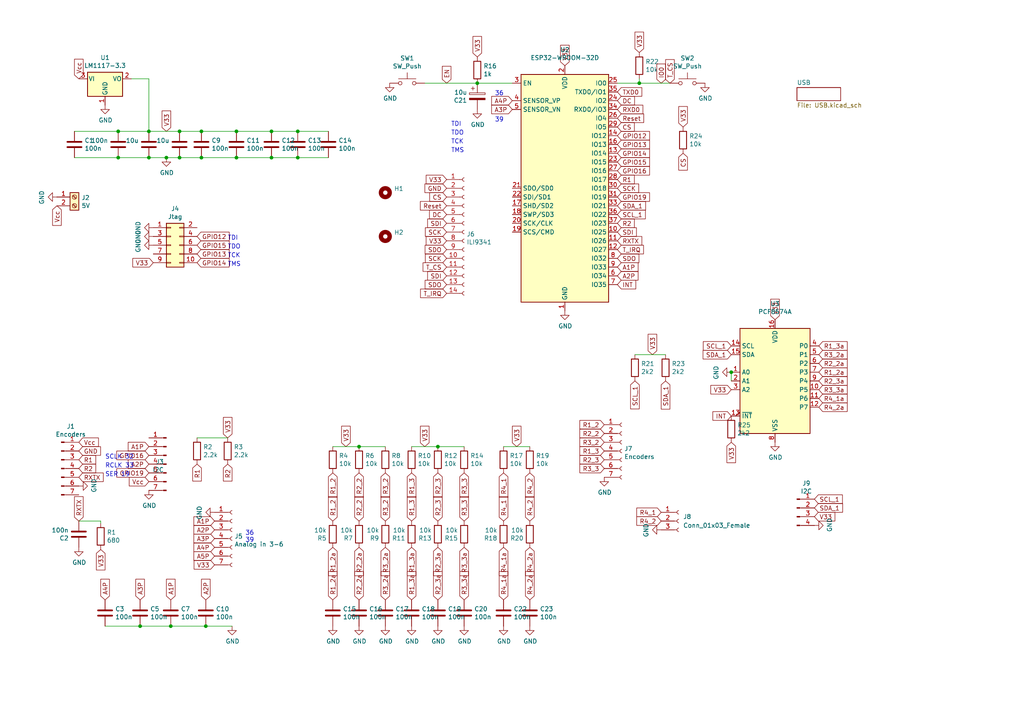
<source format=kicad_sch>
(kicad_sch (version 20211123) (generator eeschema)
  (paper "A4")
  (lib_symbols
    (symbol "Connector:Conn_01x03_Female" (pin_names (offset 1.016) hide)
      (property "Reference" "J" (at 0 5.08 0))
      (property "Value" "Conn_01x03_Female" (at 0 -5.08 0))
      (symbol "Conn_01x03_Female_1_1"
        (pin passive line (at -5.08 2.54 0) (length 3.81) (name "Pin_1") (number "1"))
        (pin passive line (at -5.08 0 0) (length 3.81) (name "Pin_2") (number "2"))
        (pin passive line (at -5.08 -2.54 0) (length 3.81) (name "Pin_3") (number "3"))
      )
    )
    (symbol "Connector:Conn_01x04_Male" (pin_names (offset 1.016) hide)
      (property "Reference" "J" (at 0 5.08 0))
      (property "Value" "Conn_01x04_Male" (at 0 -7.62 0))
      (symbol "Conn_01x04_Male_1_1"
        (pin passive line (at 5.08 2.54 180) (length 3.81) (name "Pin_1") (number "1"))
        (pin passive line (at 5.08 0 180) (length 3.81) (name "Pin_2") (number "2"))
        (pin passive line (at 5.08 -2.54 180) (length 3.81) (name "Pin_3") (number "3"))
        (pin passive line (at 5.08 -5.08 180) (length 3.81) (name "Pin_4") (number "4"))
      )
    )
    (symbol "Connector:Conn_01x07_Female" (pin_names (offset 1.016) hide)
      (property "Reference" "J" (at 0 10.16 0))
      (property "Value" "Conn_01x07_Female" (at 0 -10.16 0))
      (symbol "Conn_01x07_Female_1_1"
        (pin passive line (at -5.08 7.62 0) (length 3.81) (name "Pin_1") (number "1"))
        (pin passive line (at -5.08 5.08 0) (length 3.81) (name "Pin_2") (number "2"))
        (pin passive line (at -5.08 2.54 0) (length 3.81) (name "Pin_3") (number "3"))
        (pin passive line (at -5.08 0 0) (length 3.81) (name "Pin_4") (number "4"))
        (pin passive line (at -5.08 -2.54 0) (length 3.81) (name "Pin_5") (number "5"))
        (pin passive line (at -5.08 -5.08 0) (length 3.81) (name "Pin_6") (number "6"))
        (pin passive line (at -5.08 -7.62 0) (length 3.81) (name "Pin_7") (number "7"))
      )
    )
    (symbol "Connector:Conn_01x07_Male" (pin_names (offset 1.016) hide)
      (property "Reference" "J" (at 0 10.16 0))
      (property "Value" "Conn_01x07_Male" (at 0 -10.16 0))
      (symbol "Conn_01x07_Male_1_1"
        (pin passive line (at 5.08 7.62 180) (length 3.81) (name "Pin_1") (number "1"))
        (pin passive line (at 5.08 5.08 180) (length 3.81) (name "Pin_2") (number "2"))
        (pin passive line (at 5.08 2.54 180) (length 3.81) (name "Pin_3") (number "3"))
        (pin passive line (at 5.08 0 180) (length 3.81) (name "Pin_4") (number "4"))
        (pin passive line (at 5.08 -2.54 180) (length 3.81) (name "Pin_5") (number "5"))
        (pin passive line (at 5.08 -5.08 180) (length 3.81) (name "Pin_6") (number "6"))
        (pin passive line (at 5.08 -7.62 180) (length 3.81) (name "Pin_7") (number "7"))
      )
    )
    (symbol "Connector:Conn_01x14_Female" (pin_names (offset 1.016) hide)
      (property "Reference" "J" (at 0 17.78 0))
      (property "Value" "Conn_01x14_Female" (at 0 -20.32 0))
      (symbol "Conn_01x14_Female_1_1"
        (pin passive line (at -5.08 15.24 0) (length 3.81) (name "Pin_1") (number "1"))
        (pin passive line (at -5.08 -7.62 0) (length 3.81) (name "Pin_10") (number "10"))
        (pin passive line (at -5.08 -10.16 0) (length 3.81) (name "Pin_11") (number "11"))
        (pin passive line (at -5.08 -12.7 0) (length 3.81) (name "Pin_12") (number "12"))
        (pin passive line (at -5.08 -15.24 0) (length 3.81) (name "Pin_13") (number "13"))
        (pin passive line (at -5.08 -17.78 0) (length 3.81) (name "Pin_14") (number "14"))
        (pin passive line (at -5.08 12.7 0) (length 3.81) (name "Pin_2") (number "2"))
        (pin passive line (at -5.08 10.16 0) (length 3.81) (name "Pin_3") (number "3"))
        (pin passive line (at -5.08 7.62 0) (length 3.81) (name "Pin_4") (number "4"))
        (pin passive line (at -5.08 5.08 0) (length 3.81) (name "Pin_5") (number "5"))
        (pin passive line (at -5.08 2.54 0) (length 3.81) (name "Pin_6") (number "6"))
        (pin passive line (at -5.08 0 0) (length 3.81) (name "Pin_7") (number "7"))
        (pin passive line (at -5.08 -2.54 0) (length 3.81) (name "Pin_8") (number "8"))
        (pin passive line (at -5.08 -5.08 0) (length 3.81) (name "Pin_9") (number "9"))
      )
    )
    (symbol "Connector:Screw_Terminal_01x02" (pin_names (offset 1.016) hide)
      (property "Reference" "J" (at 0 2.54 0))
      (property "Value" "Screw_Terminal_01x02" (at 0 -5.08 0))
      (symbol "Screw_Terminal_01x02_1_1"
        (pin passive line (at -5.08 0 0) (length 3.81) (name "Pin_1") (number "1"))
        (pin passive line (at -5.08 -2.54 0) (length 3.81) (name "Pin_2") (number "2"))
      )
    )
    (symbol "Connector_Generic:Conn_02x05_Odd_Even" (pin_names (offset 1.016) hide)
      (property "Reference" "J" (at 1.27 7.62 0))
      (property "Value" "Conn_02x05_Odd_Even" (at 1.27 -7.62 0))
      (symbol "Conn_02x05_Odd_Even_1_1"
        (pin passive line (at -5.08 5.08 0) (length 3.81) (name "Pin_1") (number "1"))
        (pin passive line (at 7.62 -5.08 180) (length 3.81) (name "Pin_10") (number "10"))
        (pin passive line (at 7.62 5.08 180) (length 3.81) (name "Pin_2") (number "2"))
        (pin passive line (at -5.08 2.54 0) (length 3.81) (name "Pin_3") (number "3"))
        (pin passive line (at 7.62 2.54 180) (length 3.81) (name "Pin_4") (number "4"))
        (pin passive line (at -5.08 0 0) (length 3.81) (name "Pin_5") (number "5"))
        (pin passive line (at 7.62 0 180) (length 3.81) (name "Pin_6") (number "6"))
        (pin passive line (at -5.08 -2.54 0) (length 3.81) (name "Pin_7") (number "7"))
        (pin passive line (at 7.62 -2.54 180) (length 3.81) (name "Pin_8") (number "8"))
        (pin passive line (at -5.08 -5.08 0) (length 3.81) (name "Pin_9") (number "9"))
      )
    )
    (symbol "Device:C" (pin_numbers hide) (pin_names (offset 0.254))
      (property "Reference" "C" (at 0.635 2.54 0))
      (property "Value" "C" (at 0.635 -2.54 0))
      (symbol "C_1_1"
        (pin passive line (at 0 3.81 270) (length 2.794) (name "~") (number "1"))
        (pin passive line (at 0 -3.81 90) (length 2.794) (name "~") (number "2"))
      )
    )
    (symbol "Device:CP" (pin_numbers hide) (pin_names (offset 0.254))
      (property "Reference" "C" (at 0.635 2.54 0))
      (property "Value" "Device_CP" (at 0.635 -2.54 0))
      (symbol "CP_1_1"
        (pin passive line (at 0 3.81 270) (length 2.794) (name "~") (number "1"))
        (pin passive line (at 0 -3.81 90) (length 2.794) (name "~") (number "2"))
      )
    )
    (symbol "Device:R" (pin_numbers hide) (pin_names (offset 0))
      (property "Reference" "R" (at 2.032 0 90))
      (property "Value" "R" (at 0 0 90))
      (symbol "R_1_1"
        (pin passive line (at 0 3.81 270) (length 1.27) (name "~") (number "1"))
        (pin passive line (at 0 -3.81 90) (length 1.27) (name "~") (number "2"))
      )
    )
    (symbol "Interface_Expansion:PCF8574A"
      (property "Reference" "U" (at -8.89 16.51 0))
      (property "Value" "PCF8574A" (at 2.54 16.51 0))
      (symbol "PCF8574A_1_1"
        (pin input line (at -12.7 2.54 0) (length 2.54) (name "A0") (number "1"))
        (pin bidirectional line (at 12.7 -2.54 180) (length 2.54) (name "P5") (number "10"))
        (pin bidirectional line (at 12.7 -5.08 180) (length 2.54) (name "P6") (number "11"))
        (pin bidirectional line (at 12.7 -7.62 180) (length 2.54) (name "P7") (number "12"))
        (pin open_collector output_low (at -12.7 -10.16 0) (length 2.54) (name "~{INT}") (number "13"))
        (pin input line (at -12.7 10.16 0) (length 2.54) (name "SCL") (number "14"))
        (pin bidirectional line (at -12.7 7.62 0) (length 2.54) (name "SDA") (number "15"))
        (pin power_in line (at 0 17.78 270) (length 2.54) (name "VDD") (number "16"))
        (pin input line (at -12.7 0 0) (length 2.54) (name "A1") (number "2"))
        (pin input line (at -12.7 -2.54 0) (length 2.54) (name "A2") (number "3"))
        (pin bidirectional line (at 12.7 10.16 180) (length 2.54) (name "P0") (number "4"))
        (pin bidirectional line (at 12.7 7.62 180) (length 2.54) (name "P1") (number "5"))
        (pin bidirectional line (at 12.7 5.08 180) (length 2.54) (name "P2") (number "6"))
        (pin bidirectional line (at 12.7 2.54 180) (length 2.54) (name "P3") (number "7"))
        (pin power_in line (at 0 -17.78 90) (length 2.54) (name "VSS") (number "8"))
        (pin bidirectional line (at 12.7 0 180) (length 2.54) (name "P4") (number "9"))
      )
    )
    (symbol "Mechanical:MountingHole" (pin_names (offset 1.016))
      (property "Reference" "H" (at 0 5.08 0))
      (property "Value" "MountingHole" (at 0 3.175 0))
    )
    (symbol "RF_Module:ESP32-WROOM-32D"
      (property "Reference" "U" (at -12.7 34.29 0))
      (property "Value" "ESP32-WROOM-32D" (at 1.27 34.29 0))
      (symbol "ESP32-WROOM-32D_1_1"
        (pin power_in line (at 0 -35.56 90) (length 2.54) (name "GND") (number "1"))
        (pin bidirectional line (at 15.24 -12.7 180) (length 2.54) (name "IO25") (number "10"))
        (pin bidirectional line (at 15.24 -15.24 180) (length 2.54) (name "IO26") (number "11"))
        (pin bidirectional line (at 15.24 -17.78 180) (length 2.54) (name "IO27") (number "12"))
        (pin bidirectional line (at 15.24 10.16 180) (length 2.54) (name "IO14") (number "13"))
        (pin bidirectional line (at 15.24 15.24 180) (length 2.54) (name "IO12") (number "14"))
        (pin passive line (at 0 -35.56 90) (length 2.54) hide (name "GND") (number "15"))
        (pin bidirectional line (at 15.24 12.7 180) (length 2.54) (name "IO13") (number "16"))
        (pin bidirectional line (at -15.24 -5.08 0) (length 2.54) (name "SHD/SD2") (number "17"))
        (pin bidirectional line (at -15.24 -7.62 0) (length 2.54) (name "SWP/SD3") (number "18"))
        (pin bidirectional line (at -15.24 -12.7 0) (length 2.54) (name "SCS/CMD") (number "19"))
        (pin power_in line (at 0 35.56 270) (length 2.54) (name "VDD") (number "2"))
        (pin bidirectional line (at -15.24 -10.16 0) (length 2.54) (name "SCK/CLK") (number "20"))
        (pin bidirectional line (at -15.24 0 0) (length 2.54) (name "SDO/SD0") (number "21"))
        (pin bidirectional line (at -15.24 -2.54 0) (length 2.54) (name "SDI/SD1") (number "22"))
        (pin bidirectional line (at 15.24 7.62 180) (length 2.54) (name "IO15") (number "23"))
        (pin bidirectional line (at 15.24 25.4 180) (length 2.54) (name "IO2") (number "24"))
        (pin bidirectional line (at 15.24 30.48 180) (length 2.54) (name "IO0") (number "25"))
        (pin bidirectional line (at 15.24 20.32 180) (length 2.54) (name "IO4") (number "26"))
        (pin bidirectional line (at 15.24 5.08 180) (length 2.54) (name "IO16") (number "27"))
        (pin bidirectional line (at 15.24 2.54 180) (length 2.54) (name "IO17") (number "28"))
        (pin bidirectional line (at 15.24 17.78 180) (length 2.54) (name "IO5") (number "29"))
        (pin input line (at -15.24 30.48 0) (length 2.54) (name "EN") (number "3"))
        (pin bidirectional line (at 15.24 0 180) (length 2.54) (name "IO18") (number "30"))
        (pin bidirectional line (at 15.24 -2.54 180) (length 2.54) (name "IO19") (number "31"))
        (pin no_connect line (at -12.7 -27.94 0) (length 2.54) hide (name "NC") (number "32"))
        (pin bidirectional line (at 15.24 -5.08 180) (length 2.54) (name "IO21") (number "33"))
        (pin bidirectional line (at 15.24 22.86 180) (length 2.54) (name "RXD0/IO3") (number "34"))
        (pin bidirectional line (at 15.24 27.94 180) (length 2.54) (name "TXD0/IO1") (number "35"))
        (pin bidirectional line (at 15.24 -7.62 180) (length 2.54) (name "IO22") (number "36"))
        (pin bidirectional line (at 15.24 -10.16 180) (length 2.54) (name "IO23") (number "37"))
        (pin passive line (at 0 -35.56 90) (length 2.54) hide (name "GND") (number "38"))
        (pin passive line (at 0 -35.56 90) (length 2.54) hide (name "GND") (number "39"))
        (pin input line (at -15.24 25.4 0) (length 2.54) (name "SENSOR_VP") (number "4"))
        (pin input line (at -15.24 22.86 0) (length 2.54) (name "SENSOR_VN") (number "5"))
        (pin input line (at 15.24 -25.4 180) (length 2.54) (name "IO34") (number "6"))
        (pin input line (at 15.24 -27.94 180) (length 2.54) (name "IO35") (number "7"))
        (pin bidirectional line (at 15.24 -20.32 180) (length 2.54) (name "IO32") (number "8"))
        (pin bidirectional line (at 15.24 -22.86 180) (length 2.54) (name "IO33") (number "9"))
      )
    )
    (symbol "Regulator_Linear:LM1117-3.3" (pin_names (offset 0.254))
      (property "Reference" "U" (at -3.81 3.175 0))
      (property "Value" "LM1117-3.3" (at 0 3.175 0))
      (symbol "LM1117-3.3_1_1"
        (pin power_in line (at 0 -7.62 90) (length 2.54) (name "GND") (number "1"))
        (pin power_out line (at 7.62 0 180) (length 2.54) (name "VO") (number "2"))
        (pin power_in line (at -7.62 0 0) (length 2.54) (name "VI") (number "3"))
      )
    )
    (symbol "Switch:SW_Push" (pin_numbers hide) (pin_names (offset 1.016) hide)
      (property "Reference" "SW" (at 1.27 2.54 0))
      (property "Value" "SW_Push" (at 0 -1.524 0))
      (symbol "SW_Push_0_1"
        (pin passive line (at -5.08 0 0) (length 2.54) (name "1") (number "1"))
        (pin passive line (at 5.08 0 180) (length 2.54) (name "2") (number "2"))
      )
    )
    (symbol "power:GND" (power) (pin_names (offset 0))
      (property "Value" "GND" (at 0 -3.81 0))
      (symbol "GND_1_1"
        (pin power_in line (at 0 0 270) (length 0) hide (name "GND") (number "1"))
      )
    )
  )
  (junction (at 78.74 38.1))
  (junction (at 43.18 38.1))
  (junction (at 49.53 181.61))
  (junction (at 86.36 45.72))
  (junction (at 185.42 24.13))
  (junction (at 78.74 45.72))
  (junction (at 34.29 45.72))
  (junction (at 52.07 38.1))
  (junction (at 40.64 181.61))
  (junction (at 59.69 181.61))
  (junction (at 86.36 38.1))
  (junction (at 138.43 24.13))
  (junction (at 68.58 38.1))
  (junction (at 104.14 129.54))
  (junction (at 127 129.54))
  (junction (at 58.42 45.72))
  (junction (at 58.42 38.1))
  (junction (at 52.07 45.72))
  (junction (at 34.29 38.1))
  (junction (at 68.58 45.72))
  (junction (at 212.09 107.95))
  (junction (at 48.26 45.72))
  (junction (at 43.18 45.72))
  (wire (pts (xy 184.15 102.87) (xy 193.04 102.87)))
  (wire (pts (xy 38.1 22.86) (xy 43.18 22.86)))
  (wire (pts (xy 48.26 45.72) (xy 52.07 45.72)))
  (wire (pts (xy 21.59 38.1) (xy 34.29 38.1)))
  (wire (pts (xy 138.43 24.13) (xy 123.19 24.13)))
  (wire (pts (xy 43.18 38.1) (xy 52.07 38.1)))
  (wire (pts (xy 52.07 38.1) (xy 58.42 38.1)))
  (wire (pts (xy 52.07 45.72) (xy 58.42 45.72)))
  (wire (pts (xy 86.36 45.72) (xy 95.25 45.72)))
  (wire (pts (xy 43.18 45.72) (xy 48.26 45.72)))
  (wire (pts (xy 40.64 181.61) (xy 30.48 181.61)))
  (wire (pts (xy 86.36 45.72) (xy 78.74 45.72)))
  (wire (pts (xy 34.29 38.1) (xy 43.18 38.1)))
  (wire (pts (xy 58.42 38.1) (xy 68.58 38.1)))
  (wire (pts (xy 59.69 181.61) (xy 67.31 181.61)))
  (wire (pts (xy 22.86 151.13) (xy 29.21 151.13)))
  (wire (pts (xy 21.59 45.72) (xy 34.29 45.72)))
  (wire (pts (xy 146.05 129.54) (xy 153.67 129.54)))
  (wire (pts (xy 127 129.54) (xy 134.62 129.54)))
  (wire (pts (xy 138.43 24.13) (xy 148.59 24.13)))
  (wire (pts (xy 78.74 38.1) (xy 86.36 38.1)))
  (wire (pts (xy 78.74 38.1) (xy 68.58 38.1)))
  (wire (pts (xy 49.53 181.61) (xy 59.69 181.61)))
  (wire (pts (xy 185.42 22.86) (xy 185.42 24.13)))
  (wire (pts (xy 57.15 127) (xy 66.04 127)))
  (wire (pts (xy 119.38 129.54) (xy 127 129.54)))
  (wire (pts (xy 29.21 151.13) (xy 29.21 151.765)))
  (wire (pts (xy 68.58 45.72) (xy 78.74 45.72)))
  (wire (pts (xy 86.36 38.1) (xy 95.25 38.1)))
  (wire (pts (xy 58.42 45.72) (xy 68.58 45.72)))
  (wire (pts (xy 104.14 129.54) (xy 111.76 129.54)))
  (wire (pts (xy 96.52 129.54) (xy 104.14 129.54)))
  (wire (pts (xy 212.09 107.95) (xy 212.09 110.49)))
  (wire (pts (xy 185.42 24.13) (xy 194.31 24.13)))
  (wire (pts (xy 49.53 181.61) (xy 40.64 181.61)))
  (wire (pts (xy 34.29 45.72) (xy 43.18 45.72)))
  (wire (pts (xy 179.07 24.13) (xy 185.42 24.13)))
  (wire (pts (xy 43.18 22.86) (xy 43.18 38.1)))
  (text "TDI" (at 130.81 36.83 0) (effects (font (size 1.27 1.27)) (justify left bottom)))
  (text "TMS" (at 66.04 77.47 0) (effects (font (size 1.27 1.27)) (justify left bottom)))
  (text "TCK" (at 130.81 41.91 0) (effects (font (size 1.27 1.27)) (justify left bottom)))
  (text "TDO" (at 66.04 72.39 0) (effects (font (size 1.27 1.27)) (justify left bottom)))
  (text "TCK" (at 66.04 74.93 0) (effects (font (size 1.27 1.27)) (justify left bottom)))
  (text "TDI" (at 66.04 69.85 0) (effects (font (size 1.27 1.27)) (justify left bottom)))
  (text "36\n" (at 143.51 27.94 0) (effects (font (size 1.27 1.27)) (justify left bottom)))
  (text "SER 19" (at 30.48 138.43 0) (effects (font (size 1.27 1.27)) (justify left bottom)))
  (text "TDO" (at 130.81 39.37 0) (effects (font (size 1.27 1.27)) (justify left bottom)))
  (text "SCLK 32" (at 30.48 133.35 0) (effects (font (size 1.27 1.27)) (justify left bottom)))
  (text "TMS" (at 130.81 44.45 0) (effects (font (size 1.27 1.27)) (justify left bottom)))
  (text "RCLK 33" (at 30.48 135.89 0) (effects (font (size 1.27 1.27)) (justify left bottom)))
  (text "36\n39" (at 71.12 157.48 0) (effects (font (size 1.27 1.27)) (justify left bottom)))
  (text "39" (at 143.51 35.56 0) (effects (font (size 1.27 1.27)) (justify left bottom)))
  (global_label "GPIO12" (shape input) (at 57.15 68.58 0) (property "Intersheet References" "${INTERSHEET_REFS}" (effects hide)))
  (global_label "R1" (shape input) (at 57.15 134.62 270) (property "Intersheet References" "${INTERSHEET_REFS}" (effects hide)))
  (global_label "R2_3" (shape input) (at 175.26 133.35 180) (property "Intersheet References" "${INTERSHEET_REFS}" (effects hide)))
  (global_label "DC" (shape input) (at 129.54 62.23 180) (property "Intersheet References" "${INTERSHEET_REFS}" (effects hide)))
  (global_label "R4_1a" (shape input) (at 146.05 173.99 90) (property "Intersheet References" "${INTERSHEET_REFS}" (effects hide)))
  (global_label "SDA_1" (shape input) (at 212.09 102.87 180) (property "Intersheet References" "${INTERSHEET_REFS}" (effects hide)))
  (global_label "SDO" (shape input) (at 129.54 72.39 180) (property "Intersheet References" "${INTERSHEET_REFS}" (effects hide)))
  (global_label "GPIO19" (shape input) (at 43.18 137.16 180) (property "Intersheet References" "${INTERSHEET_REFS}" (effects hide)))
  (global_label "V33" (shape input) (at 48.26 38.1 90) (property "Intersheet References" "${INTERSHEET_REFS}" (effects hide)))
  (global_label "A3P" (shape input) (at 62.23 156.21 180) (property "Intersheet References" "${INTERSHEET_REFS}" (effects hide)))
  (global_label "R1_2a" (shape input) (at 237.49 107.95 0) (property "Intersheet References" "${INTERSHEET_REFS}" (effects hide)))
  (global_label "V33" (shape input) (at 44.45 76.2 180) (property "Intersheet References" "${INTERSHEET_REFS}" (effects hide)))
  (global_label "GPIO13" (shape input) (at 57.15 73.66 0) (property "Intersheet References" "${INTERSHEET_REFS}" (effects hide)))
  (global_label "R1_3" (shape input) (at 175.26 130.81 180) (property "Intersheet References" "${INTERSHEET_REFS}" (effects hide)))
  (global_label "R2" (shape input) (at 66.04 134.62 270) (property "Intersheet References" "${INTERSHEET_REFS}" (effects hide)))
  (global_label "R2_3" (shape input) (at 127 137.16 270) (property "Intersheet References" "${INTERSHEET_REFS}" (effects hide)))
  (global_label "GND" (shape input) (at 129.54 54.61 180) (property "Intersheet References" "${INTERSHEET_REFS}" (effects hide)))
  (global_label "V33" (shape input) (at 29.21 159.385 270) (property "Intersheet References" "${INTERSHEET_REFS}" (effects hide)))
  (global_label "R1_2" (shape input) (at 96.52 137.16 270) (property "Intersheet References" "${INTERSHEET_REFS}" (effects hide)))
  (global_label "A1P" (shape input) (at 179.07 77.47 0) (property "Intersheet References" "${INTERSHEET_REFS}" (effects hide)))
  (global_label "Vcc" (shape input) (at 43.18 139.7 180) (property "Intersheet References" "${INTERSHEET_REFS}" (effects hide)))
  (global_label "T_IRQ" (shape input) (at 179.07 72.39 0) (property "Intersheet References" "${INTERSHEET_REFS}" (effects hide)))
  (global_label "V33" (shape input) (at 62.23 163.83 180) (property "Intersheet References" "${INTERSHEET_REFS}" (effects hide)))
  (global_label "SDA_1" (shape input) (at 193.04 110.49 270) (property "Intersheet References" "${INTERSHEET_REFS}" (effects hide)))
  (global_label "Reset" (shape input) (at 179.07 34.29 0) (property "Intersheet References" "${INTERSHEET_REFS}" (effects hide)))
  (global_label "Vcc" (shape input) (at 22.86 22.86 90) (property "Intersheet References" "${INTERSHEET_REFS}" (effects hide)))
  (global_label "R4_1" (shape input) (at 146.05 137.16 270) (property "Intersheet References" "${INTERSHEET_REFS}" (effects hide)))
  (global_label "GPIO15" (shape input) (at 179.07 46.99 0) (property "Intersheet References" "${INTERSHEET_REFS}" (effects hide)))
  (global_label "IO0" (shape input) (at 191.77 24.13 90) (property "Intersheet References" "${INTERSHEET_REFS}" (effects hide)))
  (global_label "R3_3a" (shape input) (at 237.49 113.03 0) (property "Intersheet References" "${INTERSHEET_REFS}" (effects hide)))
  (global_label "R4_2" (shape input) (at 153.67 137.16 270) (property "Intersheet References" "${INTERSHEET_REFS}" (effects hide)))
  (global_label "GPIO15" (shape input) (at 57.15 71.12 0) (property "Intersheet References" "${INTERSHEET_REFS}" (effects hide)))
  (global_label "R4_2" (shape input) (at 191.77 151.13 180) (property "Intersheet References" "${INTERSHEET_REFS}" (effects hide)))
  (global_label "R4_2a" (shape input) (at 153.67 173.99 90) (property "Intersheet References" "${INTERSHEET_REFS}" (effects hide)))
  (global_label "SCL_1" (shape input) (at 236.22 144.78 0) (property "Intersheet References" "${INTERSHEET_REFS}" (effects hide)))
  (global_label "V33" (shape input) (at 212.09 128.27 270) (property "Intersheet References" "${INTERSHEET_REFS}" (effects hide)))
  (global_label "RXTX" (shape input) (at 22.86 151.13 90) (property "Intersheet References" "${INTERSHEET_REFS}" (effects hide)))
  (global_label "R3_3" (shape input) (at 175.26 135.89 180) (property "Intersheet References" "${INTERSHEET_REFS}" (effects hide)))
  (global_label "A1P" (shape input) (at 49.53 173.99 90) (property "Intersheet References" "${INTERSHEET_REFS}" (effects hide)))
  (global_label "R2" (shape input) (at 22.86 135.89 0) (property "Intersheet References" "${INTERSHEET_REFS}" (effects hide)))
  (global_label "R4_1a" (shape input) (at 237.49 115.57 0) (property "Intersheet References" "${INTERSHEET_REFS}" (effects hide)))
  (global_label "T_IRQ" (shape input) (at 129.54 85.09 180) (property "Intersheet References" "${INTERSHEET_REFS}" (effects hide)))
  (global_label "V33" (shape input) (at 129.54 69.85 180) (property "Intersheet References" "${INTERSHEET_REFS}" (effects hide)))
  (global_label "R4_1" (shape input) (at 191.77 148.59 180) (property "Intersheet References" "${INTERSHEET_REFS}" (effects hide)))
  (global_label "V33" (shape input) (at 149.86 129.54 90) (property "Intersheet References" "${INTERSHEET_REFS}" (effects hide)))
  (global_label "SCL_1" (shape input) (at 179.07 62.23 0) (property "Intersheet References" "${INTERSHEET_REFS}" (effects hide)))
  (global_label "R3_2" (shape input) (at 175.26 128.27 180) (property "Intersheet References" "${INTERSHEET_REFS}" (effects hide)))
  (global_label "R2_2" (shape input) (at 175.26 125.73 180) (property "Intersheet References" "${INTERSHEET_REFS}" (effects hide)))
  (global_label "SCL_1" (shape input) (at 184.15 110.49 270) (property "Intersheet References" "${INTERSHEET_REFS}" (effects hide)))
  (global_label "GPIO14" (shape input) (at 57.15 76.2 0) (property "Intersheet References" "${INTERSHEET_REFS}" (effects hide)))
  (global_label "SDI" (shape input) (at 179.07 67.31 0) (property "Intersheet References" "${INTERSHEET_REFS}" (effects hide)))
  (global_label "R4_2a" (shape input) (at 153.67 158.75 270) (property "Intersheet References" "${INTERSHEET_REFS}" (effects hide)))
  (global_label "A2P" (shape input) (at 43.18 134.62 180) (property "Intersheet References" "${INTERSHEET_REFS}" (effects hide)))
  (global_label "SDI" (shape input) (at 129.54 64.77 180) (property "Intersheet References" "${INTERSHEET_REFS}" (effects hide)))
  (global_label "V33" (shape input) (at 224.79 92.71 90) (property "Intersheet References" "${INTERSHEET_REFS}" (effects hide)))
  (global_label "R3_2" (shape input) (at 111.76 137.16 270) (property "Intersheet References" "${INTERSHEET_REFS}" (effects hide)))
  (global_label "R3_3a" (shape input) (at 134.62 173.99 90) (property "Intersheet References" "${INTERSHEET_REFS}" (effects hide)))
  (global_label "R3_2a" (shape input) (at 111.76 158.75 270) (property "Intersheet References" "${INTERSHEET_REFS}" (effects hide)))
  (global_label "R1_3" (shape input) (at 119.38 151.13 90) (property "Intersheet References" "${INTERSHEET_REFS}" (effects hide)))
  (global_label "R4_2" (shape input) (at 153.67 151.13 90) (property "Intersheet References" "${INTERSHEET_REFS}" (effects hide)))
  (global_label "RXTX" (shape input) (at 22.86 138.43 0) (property "Intersheet References" "${INTERSHEET_REFS}" (effects hide)))
  (global_label "R3_3" (shape input) (at 134.62 151.13 90) (property "Intersheet References" "${INTERSHEET_REFS}" (effects hide)))
  (global_label "R3_2" (shape input) (at 111.76 151.13 90) (property "Intersheet References" "${INTERSHEET_REFS}" (effects hide)))
  (global_label "Vcc" (shape input) (at 16.51 59.69 270) (property "Intersheet References" "${INTERSHEET_REFS}" (effects hide)))
  (global_label "TXD0" (shape input) (at 179.07 26.67 0) (property "Intersheet References" "${INTERSHEET_REFS}" (effects hide)))
  (global_label "R3_2a" (shape input) (at 111.76 173.99 90) (property "Intersheet References" "${INTERSHEET_REFS}" (effects hide)))
  (global_label "A2P" (shape input) (at 62.23 153.67 180) (property "Intersheet References" "${INTERSHEET_REFS}" (effects hide)))
  (global_label "V33" (shape input) (at 189.23 102.87 90) (property "Intersheet References" "${INTERSHEET_REFS}" (effects hide)))
  (global_label "DC" (shape input) (at 179.07 29.21 0) (property "Intersheet References" "${INTERSHEET_REFS}" (effects hide)))
  (global_label "GPIO14" (shape input) (at 179.07 44.45 0) (property "Intersheet References" "${INTERSHEET_REFS}" (effects hide)))
  (global_label "A2P" (shape input) (at 179.07 80.01 0) (property "Intersheet References" "${INTERSHEET_REFS}" (effects hide)))
  (global_label "V33" (shape input) (at 212.09 113.03 180) (property "Intersheet References" "${INTERSHEET_REFS}" (effects hide)))
  (global_label "R2_3a" (shape input) (at 127 158.75 270) (property "Intersheet References" "${INTERSHEET_REFS}" (effects hide)))
  (global_label "R1_3a" (shape input) (at 119.38 158.75 270) (property "Intersheet References" "${INTERSHEET_REFS}" (effects hide)))
  (global_label "V33" (shape input) (at 163.83 19.05 90) (property "Intersheet References" "${INTERSHEET_REFS}" (effects hide)))
  (global_label "A4P" (shape input) (at 148.59 29.21 180) (property "Intersheet References" "${INTERSHEET_REFS}" (effects hide)))
  (global_label "EN" (shape input) (at 129.54 24.13 90) (property "Intersheet References" "${INTERSHEET_REFS}" (effects hide)))
  (global_label "SDO" (shape input) (at 129.54 82.55 180) (property "Intersheet References" "${INTERSHEET_REFS}" (effects hide)))
  (global_label "R2_2a" (shape input) (at 104.14 158.75 270) (property "Intersheet References" "${INTERSHEET_REFS}" (effects hide)))
  (global_label "R3_3a" (shape input) (at 134.62 158.75 270) (property "Intersheet References" "${INTERSHEET_REFS}" (effects hide)))
  (global_label "V33" (shape input) (at 198.12 36.83 90) (property "Intersheet References" "${INTERSHEET_REFS}" (effects hide)))
  (global_label "V33" (shape input) (at 123.19 129.54 90) (property "Intersheet References" "${INTERSHEET_REFS}" (effects hide)))
  (global_label "RXD0" (shape input) (at 179.07 31.75 0) (property "Intersheet References" "${INTERSHEET_REFS}" (effects hide)))
  (global_label "R4_1a" (shape input) (at 146.05 158.75 270) (property "Intersheet References" "${INTERSHEET_REFS}" (effects hide)))
  (global_label "Vcc" (shape input) (at 22.86 128.27 0) (property "Intersheet References" "${INTERSHEET_REFS}" (effects hide)))
  (global_label "A1P" (shape input) (at 62.23 151.13 180) (property "Intersheet References" "${INTERSHEET_REFS}" (effects hide)))
  (global_label "GND" (shape input) (at 22.86 130.81 0) (property "Intersheet References" "${INTERSHEET_REFS}" (effects hide)))
  (global_label "A3P" (shape input) (at 40.64 173.99 90) (property "Intersheet References" "${INTERSHEET_REFS}" (effects hide)))
  (global_label "CS" (shape input) (at 198.12 44.45 270) (property "Intersheet References" "${INTERSHEET_REFS}" (effects hide)))
  (global_label "R3_3" (shape input) (at 134.62 137.16 270) (property "Intersheet References" "${INTERSHEET_REFS}" (effects hide)))
  (global_label "A1P" (shape input) (at 43.18 129.54 180) (property "Intersheet References" "${INTERSHEET_REFS}" (effects hide)))
  (global_label "A3P" (shape input) (at 148.59 31.75 180) (property "Intersheet References" "${INTERSHEET_REFS}" (effects hide)))
  (global_label "R1_2" (shape input) (at 175.26 123.19 180) (property "Intersheet References" "${INTERSHEET_REFS}" (effects hide)))
  (global_label "V33" (shape input) (at 129.54 52.07 180) (property "Intersheet References" "${INTERSHEET_REFS}" (effects hide)))
  (global_label "V33" (shape input) (at 185.42 15.24 90) (property "Intersheet References" "${INTERSHEET_REFS}" (effects hide)))
  (global_label "T_CS" (shape input) (at 129.54 77.47 180) (property "Intersheet References" "${INTERSHEET_REFS}" (effects hide)))
  (global_label "R1_3" (shape input) (at 119.38 137.16 270) (property "Intersheet References" "${INTERSHEET_REFS}" (effects hide)))
  (global_label "R2_2a" (shape input) (at 104.14 173.99 90) (property "Intersheet References" "${INTERSHEET_REFS}" (effects hide)))
  (global_label "R1_3a" (shape input) (at 237.49 100.33 0) (property "Intersheet References" "${INTERSHEET_REFS}" (effects hide)))
  (global_label "R1_2" (shape input) (at 96.52 151.13 90) (property "Intersheet References" "${INTERSHEET_REFS}" (effects hide)))
  (global_label "V33" (shape input) (at 100.33 129.54 90) (property "Intersheet References" "${INTERSHEET_REFS}" (effects hide)))
  (global_label "R2_2" (shape input) (at 104.14 151.13 90) (property "Intersheet References" "${INTERSHEET_REFS}" (effects hide)))
  (global_label "GPIO13" (shape input) (at 179.07 41.91 0) (property "Intersheet References" "${INTERSHEET_REFS}" (effects hide)))
  (global_label "A4P" (shape input) (at 62.23 158.75 180) (property "Intersheet References" "${INTERSHEET_REFS}" (effects hide)))
  (global_label "R2" (shape input) (at 179.07 64.77 0) (property "Intersheet References" "${INTERSHEET_REFS}" (effects hide)))
  (global_label "SCK" (shape input) (at 129.54 67.31 180) (property "Intersheet References" "${INTERSHEET_REFS}" (effects hide)))
  (global_label "CS" (shape input) (at 179.07 36.83 0) (property "Intersheet References" "${INTERSHEET_REFS}" (effects hide)))
  (global_label "SCK" (shape input) (at 129.54 74.93 180) (property "Intersheet References" "${INTERSHEET_REFS}" (effects hide)))
  (global_label "R1" (shape input) (at 179.07 52.07 0) (property "Intersheet References" "${INTERSHEET_REFS}" (effects hide)))
  (global_label "R2_2a" (shape input) (at 237.49 105.41 0) (property "Intersheet References" "${INTERSHEET_REFS}" (effects hide)))
  (global_label "SDA_1" (shape input) (at 179.07 59.69 0) (property "Intersheet References" "${INTERSHEET_REFS}" (effects hide)))
  (global_label "SCK" (shape input) (at 179.07 54.61 0) (property "Intersheet References" "${INTERSHEET_REFS}" (effects hide)))
  (global_label "SDI" (shape input) (at 129.54 80.01 180) (property "Intersheet References" "${INTERSHEET_REFS}" (effects hide)))
  (global_label "R2_3a" (shape input) (at 127 173.99 90) (property "Intersheet References" "${INTERSHEET_REFS}" (effects hide)))
  (global_label "R4_1" (shape input) (at 146.05 151.13 90) (property "Intersheet References" "${INTERSHEET_REFS}" (effects hide)))
  (global_label "GPIO12" (shape input) (at 179.07 39.37 0) (property "Intersheet References" "${INTERSHEET_REFS}" (effects hide)))
  (global_label "RXTX" (shape input) (at 179.07 69.85 0) (property "Intersheet References" "${INTERSHEET_REFS}" (effects hide)))
  (global_label "SDO" (shape input) (at 179.07 74.93 0) (property "Intersheet References" "${INTERSHEET_REFS}" (effects hide)))
  (global_label "V33" (shape input) (at 66.04 127 90) (property "Intersheet References" "${INTERSHEET_REFS}" (effects hide)))
  (global_label "SCL_1" (shape input) (at 212.09 100.33 180) (property "Intersheet References" "${INTERSHEET_REFS}" (effects hide)))
  (global_label "GPIO19" (shape input) (at 179.07 57.15 0) (property "Intersheet References" "${INTERSHEET_REFS}" (effects hide)))
  (global_label "R1" (shape input) (at 22.86 133.35 0) (property "Intersheet References" "${INTERSHEET_REFS}" (effects hide)))
  (global_label "T_CS" (shape input) (at 194.31 24.13 90) (property "Intersheet References" "${INTERSHEET_REFS}" (effects hide)))
  (global_label "CS" (shape input) (at 129.54 57.15 180) (property "Intersheet References" "${INTERSHEET_REFS}" (effects hide)))
  (global_label "R2_3" (shape input) (at 127 151.13 90) (property "Intersheet References" "${INTERSHEET_REFS}" (effects hide)))
  (global_label "R2_3a" (shape input) (at 237.49 110.49 0) (property "Intersheet References" "${INTERSHEET_REFS}" (effects hide)))
  (global_label "GPIO16" (shape input) (at 179.07 49.53 0) (property "Intersheet References" "${INTERSHEET_REFS}" (effects hide)))
  (global_label "INT" (shape input) (at 179.07 82.55 0) (property "Intersheet References" "${INTERSHEET_REFS}" (effects hide)))
  (global_label "INT" (shape input) (at 212.09 120.65 180) (property "Intersheet References" "${INTERSHEET_REFS}" (effects hide)))
  (global_label "R1_2a" (shape input) (at 96.52 158.75 270) (property "Intersheet References" "${INTERSHEET_REFS}" (effects hide)))
  (global_label "SDA_1" (shape input) (at 236.22 147.32 0) (property "Intersheet References" "${INTERSHEET_REFS}" (effects hide)))
  (global_label "V33" (shape input) (at 236.22 149.86 0) (property "Intersheet References" "${INTERSHEET_REFS}" (effects hide)))
  (global_label "A4P" (shape input) (at 30.48 173.99 90) (property "Intersheet References" "${INTERSHEET_REFS}" (effects hide)))
  (global_label "GPIO16" (shape input) (at 43.18 132.08 180) (property "Intersheet References" "${INTERSHEET_REFS}" (effects hide)))
  (global_label "R3_2a" (shape input) (at 237.49 102.87 0) (property "Intersheet References" "${INTERSHEET_REFS}" (effects hide)))
  (global_label "Reset" (shape input) (at 129.54 59.69 180) (property "Intersheet References" "${INTERSHEET_REFS}" (effects hide)))
  (global_label "R1_2a" (shape input) (at 96.52 173.99 90) (property "Intersheet References" "${INTERSHEET_REFS}" (effects hide)))
  (global_label "R1_3a" (shape input) (at 119.38 173.99 90) (property "Intersheet References" "${INTERSHEET_REFS}" (effects hide)))
  (global_label "A5P" (shape input) (at 62.23 161.29 180) (property "Intersheet References" "${INTERSHEET_REFS}" (effects hide)))
  (global_label "R2_2" (shape input) (at 104.14 137.16 270) (property "Intersheet References" "${INTERSHEET_REFS}" (effects hide)))
  (global_label "V33" (shape input) (at 138.43 16.51 90) (property "Intersheet References" "${INTERSHEET_REFS}" (effects hide)))
  (global_label "R4_2a" (shape input) (at 237.49 118.11 0) (property "Intersheet References" "${INTERSHEET_REFS}" (effects hide)))
  (global_label "A2P" (shape input) (at 59.69 173.99 90) (property "Intersheet References" "${INTERSHEET_REFS}" (effects hide)))
  (symbol (lib_id "power:GND") (at 44.45 68.58 270) (unit 1)
    (property "Reference" "#PWR07" (effects hide))
    (property "Value" "GND" (at 40.0558 68.707 0))
  )
  (symbol (lib_id "power:GND") (at 44.45 66.04 270) (unit 1)
    (property "Reference" "#PWR06" (effects hide))
    (property "Value" "GND" (at 40.0558 66.167 0))
  )
  (symbol (lib_id "power:GND") (at 44.45 71.12 270) (unit 1)
    (property "Reference" "#PWR08" (effects hide))
    (property "Value" "GND" (at 40.0558 71.247 0))
  )
  (symbol (lib_id "Connector_Generic:Conn_02x05_Odd_Even") (at 49.53 71.12 0) (unit 1)
    (property "Reference" "J4" (at 50.8 60.5282 0))
    (property "Value" "Jtag" (at 50.8 62.8396 0))
    (property "Footprint" "Connector_PinSocket_2.54mm:PinSocket_2x05_P2.54mm_Vertical" (effects hide))
  )
  (symbol (lib_id "Device:CP") (at 138.43 27.94 0) (unit 1)
    (property "Reference" "C21" (at 135.509 29.1084 0) (effects (justify right)))
    (property "Value" "10u" (at 135.509 26.797 0) (effects (justify right)))
    (property "Footprint" "Capacitor_SMD:C_1206_3216Metric_Pad1.42x1.75mm_HandSolder" (effects hide))
  )
  (symbol (lib_id "power:GND") (at 138.43 31.75 0) (unit 1)
    (property "Reference" "#PWR019" (effects hide))
    (property "Value" "GND" (at 138.557 36.1442 0))
  )
  (symbol (lib_id "RF_Module:ESP32-WROOM-32D") (at 163.83 54.61 0) (unit 1)
    (property "Reference" "U2" (at 163.83 14.4526 0))
    (property "Value" "ESP32-WROOM-32D" (at 163.83 16.764 0))
    (property "Footprint" "RF_Module:ESP32-WROOM-32" (effects hide))
    (property "Datasheet" "https://www.espressif.com/sites/default/files/documentation/esp32-wroom-32d_esp32-wroom-32u_datasheet_en.pdf" (effects hide))
  )
  (symbol (lib_id "power:GND") (at 163.83 90.17 0) (unit 1)
    (property "Reference" "#PWR022" (effects hide))
    (property "Value" "GND" (at 163.957 94.5642 0))
  )
  (symbol (lib_id "Device:R") (at 138.43 20.32 0) (unit 1)
    (property "Reference" "R16" (at 140.208 19.1516 0) (effects (justify left)))
    (property "Value" "1k" (at 140.208 21.463 0) (effects (justify left)))
    (property "Footprint" "Resistor_SMD:R_0805_2012Metric" (effects hide))
  )
  (symbol (lib_id "Device:C") (at 22.86 154.94 0) (unit 1)
    (property "Reference" "C2" (at 19.939 156.1084 0) (effects (justify right)))
    (property "Value" "100n" (at 19.939 153.797 0) (effects (justify right)))
    (property "Footprint" "Capacitor_SMD:C_0805_2012Metric" (effects hide))
  )
  (symbol (lib_id "power:GND") (at 22.86 158.75 0) (unit 1)
    (property "Reference" "#PWR03" (effects hide))
    (property "Value" "GND" (at 22.987 163.1442 0))
  )
  (symbol (lib_id "power:GND") (at 22.86 140.97 90) (unit 1)
    (property "Reference" "#PWR02" (effects hide))
    (property "Value" "GND" (at 27.2542 140.843 0))
  )
  (symbol (lib_id "Connector:Conn_01x07_Male") (at 17.78 135.89 0) (unit 1)
    (property "Reference" "J1" (at 20.5232 123.6726 0))
    (property "Value" "Encoders" (at 20.5232 125.984 0))
    (property "Footprint" "Connector_PinSocket_2.54mm:PinSocket_1x07_P2.54mm_Vertical" (effects hide))
  )
  (symbol (lib_id "Device:R") (at 96.52 133.35 0) (unit 1)
    (property "Reference" "R4" (at 98.298 132.1816 0) (effects (justify left)))
    (property "Value" "10k" (at 98.298 134.493 0) (effects (justify left)))
    (property "Footprint" "Resistor_SMD:R_0805_2012Metric" (effects hide))
  )
  (symbol (lib_id "Device:R") (at 104.14 133.35 0) (unit 1)
    (property "Reference" "R6" (at 105.918 132.1816 0) (effects (justify left)))
    (property "Value" "10k" (at 105.918 134.493 0) (effects (justify left)))
    (property "Footprint" "Resistor_SMD:R_0805_2012Metric" (effects hide))
  )
  (symbol (lib_id "Device:R") (at 111.76 133.35 0) (unit 1)
    (property "Reference" "R8" (at 113.538 132.1816 0) (effects (justify left)))
    (property "Value" "10k" (at 113.538 134.493 0) (effects (justify left)))
    (property "Footprint" "Resistor_SMD:R_0805_2012Metric" (effects hide))
  )
  (symbol (lib_id "Device:C") (at 96.52 177.8 180) (unit 1)
    (property "Reference" "C15" (at 99.441 176.6316 0) (effects (justify right)))
    (property "Value" "100n" (at 99.441 178.943 0) (effects (justify right)))
    (property "Footprint" "Capacitor_SMD:C_0805_2012Metric" (effects hide))
  )
  (symbol (lib_id "Device:C") (at 104.14 177.8 180) (unit 1)
    (property "Reference" "C16" (at 107.061 176.6316 0) (effects (justify right)))
    (property "Value" "100n" (at 107.061 178.943 0) (effects (justify right)))
    (property "Footprint" "Capacitor_SMD:C_0805_2012Metric" (effects hide))
  )
  (symbol (lib_id "Device:C") (at 111.76 177.8 180) (unit 1)
    (property "Reference" "C17" (at 114.681 176.6316 0) (effects (justify right)))
    (property "Value" "100n" (at 114.681 178.943 0) (effects (justify right)))
    (property "Footprint" "Capacitor_SMD:C_0805_2012Metric" (effects hide))
  )
  (symbol (lib_id "Device:R") (at 111.76 154.94 180) (unit 1)
    (property "Reference" "R9" (at 109.982 156.1084 0) (effects (justify left)))
    (property "Value" "10k" (at 109.982 153.797 0) (effects (justify left)))
    (property "Footprint" "Resistor_SMD:R_0805_2012Metric" (effects hide))
  )
  (symbol (lib_id "Device:R") (at 104.14 154.94 180) (unit 1)
    (property "Reference" "R7" (at 102.362 156.1084 0) (effects (justify left)))
    (property "Value" "10k" (at 102.362 153.797 0) (effects (justify left)))
    (property "Footprint" "Resistor_SMD:R_0805_2012Metric" (effects hide))
  )
  (symbol (lib_id "power:GND") (at 104.14 181.61 0) (unit 1)
    (property "Reference" "#PWR013" (effects hide))
    (property "Value" "GND" (at 104.267 186.0042 0))
  )
  (symbol (lib_id "power:GND") (at 96.52 181.61 0) (unit 1)
    (property "Reference" "#PWR012" (effects hide))
    (property "Value" "GND" (at 96.647 186.0042 0))
  )
  (symbol (lib_id "power:GND") (at 111.76 181.61 0) (unit 1)
    (property "Reference" "#PWR014" (effects hide))
    (property "Value" "GND" (at 111.887 186.0042 0))
  )
  (symbol (lib_id "Device:R") (at 96.52 154.94 180) (unit 1)
    (property "Reference" "R5" (at 94.742 156.1084 0) (effects (justify left)))
    (property "Value" "10k" (at 94.742 153.797 0) (effects (justify left)))
    (property "Footprint" "Resistor_SMD:R_0805_2012Metric" (effects hide))
  )
  (symbol (lib_id "power:GND") (at 67.31 181.61 0) (unit 1)
    (property "Reference" "#PWR011" (effects hide))
    (property "Value" "GND" (at 67.437 186.0042 0))
  )
  (symbol (lib_id "Device:C") (at 49.53 177.8 180) (unit 1)
    (property "Reference" "C7" (at 52.451 176.6316 0) (effects (justify right)))
    (property "Value" "100n" (at 52.451 178.943 0) (effects (justify right)))
    (property "Footprint" "Capacitor_SMD:C_0805_2012Metric" (effects hide))
  )
  (symbol (lib_id "Device:C") (at 59.69 177.8 180) (unit 1)
    (property "Reference" "C10" (at 62.611 176.6316 0) (effects (justify right)))
    (property "Value" "100n" (at 62.611 178.943 0) (effects (justify right)))
    (property "Footprint" "Capacitor_SMD:C_0805_2012Metric" (effects hide))
  )
  (symbol (lib_id "Device:C") (at 40.64 177.8 180) (unit 1)
    (property "Reference" "C5" (at 43.561 176.6316 0) (effects (justify right)))
    (property "Value" "100n" (at 43.561 178.943 0) (effects (justify right)))
    (property "Footprint" "Capacitor_SMD:C_0805_2012Metric" (effects hide))
  )
  (symbol (lib_id "Device:C") (at 30.48 177.8 180) (unit 1)
    (property "Reference" "C3" (at 33.401 176.6316 0) (effects (justify right)))
    (property "Value" "100n" (at 33.401 178.943 0) (effects (justify right)))
    (property "Footprint" "Capacitor_SMD:C_0805_2012Metric" (effects hide))
  )
  (symbol (lib_id "Device:R") (at 57.15 130.81 0) (unit 1)
    (property "Reference" "R2" (at 58.928 129.6416 0) (effects (justify left)))
    (property "Value" "2.2k" (at 58.928 131.953 0) (effects (justify left)))
    (property "Footprint" "Resistor_SMD:R_0805_2012Metric" (effects hide))
  )
  (symbol (lib_id "Device:R") (at 66.04 130.81 0) (unit 1)
    (property "Reference" "R3" (at 67.818 129.6416 0) (effects (justify left)))
    (property "Value" "2.2k" (at 67.818 131.953 0) (effects (justify left)))
    (property "Footprint" "Resistor_SMD:R_0805_2012Metric" (effects hide))
  )
  (symbol (lib_id "Connector:Conn_01x07_Female") (at 67.31 156.21 0) (unit 1)
    (property "Reference" "J5" (at 68.0212 155.5496 0) (effects (justify left)))
    (property "Value" "Analog in 3-6" (at 68.0212 157.861 0) (effects (justify left)))
    (property "Footprint" "Connector_PinSocket_2.54mm:PinSocket_1x07_P2.54mm_Vertical" (effects hide))
  )
  (symbol (lib_id "power:GND") (at 62.23 148.59 270) (unit 1)
    (property "Reference" "#PWR010" (effects hide))
    (property "Value" "GND" (at 57.8358 148.717 0))
  )
  (symbol (lib_id "power:GND") (at 48.26 45.72 0) (unit 1)
    (property "Reference" "#PWR09" (effects hide))
    (property "Value" "GND" (at 48.387 50.1142 0))
  )
  (symbol (lib_id "Device:C") (at 58.42 41.91 180) (unit 1)
    (property "Reference" "C9" (at 61.341 40.7416 0) (effects (justify right)))
    (property "Value" "100n" (at 61.341 43.053 0) (effects (justify right)))
    (property "Footprint" "Capacitor_SMD:C_0805_2012Metric" (effects hide))
  )
  (symbol (lib_id "Device:C") (at 68.58 41.91 180) (unit 1)
    (property "Reference" "C11" (at 71.501 40.7416 0) (effects (justify right)))
    (property "Value" "100n" (at 71.501 43.053 0) (effects (justify right)))
    (property "Footprint" "Capacitor_SMD:C_0805_2012Metric" (effects hide))
  )
  (symbol (lib_id "Device:C") (at 78.74 41.91 180) (unit 1)
    (property "Reference" "C12" (at 81.661 40.7416 0) (effects (justify right)))
    (property "Value" "100n" (at 81.661 43.053 0) (effects (justify right)))
    (property "Footprint" "Capacitor_SMD:C_0805_2012Metric" (effects hide))
  )
  (symbol (lib_id "Device:C") (at 86.36 41.91 180) (unit 1)
    (property "Reference" "C13" (at 89.281 40.7416 0) (effects (justify right)))
    (property "Value" "100n" (at 89.281 43.053 0) (effects (justify right)))
    (property "Footprint" "Capacitor_SMD:C_0805_2012Metric" (effects hide))
  )
  (symbol (lib_id "Device:C") (at 34.29 41.91 0) (unit 1)
    (property "Reference" "C4" (effects hide))
    (property "Value" "100n" (at 31.369 40.767 0) (effects (justify right)))
    (property "Footprint" "Capacitor_SMD:C_0805_2012Metric" (effects hide))
  )
  (symbol (lib_id "Regulator_Linear:LM1117-3.3") (at 30.48 22.86 0) (unit 1)
    (property "Reference" "U1" (at 30.48 16.7132 0))
    (property "Value" "LM1117-3.3" (at 30.48 19.0246 0))
    (property "Footprint" "Package_TO_SOT_SMD:SOT-223-3_TabPin2" (effects hide))
    (property "Datasheet" "http://www.ti.com/lit/ds/symlink/lm1117.pdf" (effects hide))
  )
  (symbol (lib_id "power:GND") (at 30.48 30.48 0) (unit 1)
    (property "Reference" "#PWR04" (effects hide))
    (property "Value" "GND" (at 30.607 34.8742 0))
  )
  (symbol (lib_id "Device:C") (at 21.59 41.91 180) (unit 1)
    (property "Reference" "C1" (at 24.511 40.7416 0) (effects (justify right)))
    (property "Value" "100n" (at 24.511 43.053 0) (effects (justify right)))
    (property "Footprint" "Capacitor_SMD:C_0805_2012Metric" (effects hide))
  )
  (symbol (lib_id "Device:C") (at 43.18 41.91 0) (unit 1)
    (property "Reference" "C6" (effects hide))
    (property "Value" "10u" (at 40.259 40.767 0) (effects (justify right)))
    (property "Footprint" "Capacitor_SMD:C_1206_3216Metric_Pad1.42x1.75mm_HandSolder" (effects hide))
  )
  (symbol (lib_id "Connector:Conn_01x07_Female") (at 180.34 130.81 0) (unit 1)
    (property "Reference" "J7" (at 181.0512 130.1496 0) (effects (justify left)))
    (property "Value" "Encoders" (at 181.0512 132.461 0) (effects (justify left)))
    (property "Footprint" "Connector_PinSocket_2.54mm:PinSocket_1x07_P2.54mm_Vertical" (effects hide))
  )
  (symbol (lib_id "power:GND") (at 175.26 138.43 0) (unit 1)
    (property "Reference" "#PWR023" (effects hide))
    (property "Value" "GND" (at 175.387 142.8242 0))
  )
  (symbol (lib_id "Device:R") (at 119.38 133.35 0) (unit 1)
    (property "Reference" "R10" (at 121.158 132.1816 0) (effects (justify left)))
    (property "Value" "10k" (at 121.158 134.493 0) (effects (justify left)))
    (property "Footprint" "Resistor_SMD:R_0805_2012Metric" (effects hide))
  )
  (symbol (lib_id "Device:R") (at 127 133.35 0) (unit 1)
    (property "Reference" "R12" (at 128.778 132.1816 0) (effects (justify left)))
    (property "Value" "10k" (at 128.778 134.493 0) (effects (justify left)))
    (property "Footprint" "Resistor_SMD:R_0805_2012Metric" (effects hide))
  )
  (symbol (lib_id "Device:R") (at 134.62 133.35 0) (unit 1)
    (property "Reference" "R14" (at 136.398 132.1816 0) (effects (justify left)))
    (property "Value" "10k" (at 136.398 134.493 0) (effects (justify left)))
    (property "Footprint" "Resistor_SMD:R_0805_2012Metric" (effects hide))
  )
  (symbol (lib_id "Device:C") (at 119.38 177.8 180) (unit 1)
    (property "Reference" "C18" (at 122.301 176.6316 0) (effects (justify right)))
    (property "Value" "100n" (at 122.301 178.943 0) (effects (justify right)))
    (property "Footprint" "Capacitor_SMD:C_0805_2012Metric" (effects hide))
  )
  (symbol (lib_id "Device:C") (at 127 177.8 180) (unit 1)
    (property "Reference" "C19" (at 129.921 176.6316 0) (effects (justify right)))
    (property "Value" "100n" (at 129.921 178.943 0) (effects (justify right)))
    (property "Footprint" "Capacitor_SMD:C_0805_2012Metric" (effects hide))
  )
  (symbol (lib_id "Device:C") (at 134.62 177.8 180) (unit 1)
    (property "Reference" "C20" (at 137.541 176.6316 0) (effects (justify right)))
    (property "Value" "100n" (at 137.541 178.943 0) (effects (justify right)))
    (property "Footprint" "Capacitor_SMD:C_0805_2012Metric" (effects hide))
  )
  (symbol (lib_id "Device:R") (at 134.62 154.94 180) (unit 1)
    (property "Reference" "R15" (at 132.842 156.1084 0) (effects (justify left)))
    (property "Value" "10k" (at 132.842 153.797 0) (effects (justify left)))
    (property "Footprint" "Resistor_SMD:R_0805_2012Metric" (effects hide))
  )
  (symbol (lib_id "Device:R") (at 127 154.94 180) (unit 1)
    (property "Reference" "R13" (at 125.222 156.1084 0) (effects (justify left)))
    (property "Value" "10k" (at 125.222 153.797 0) (effects (justify left)))
    (property "Footprint" "Resistor_SMD:R_0805_2012Metric" (effects hide))
  )
  (symbol (lib_id "power:GND") (at 127 181.61 0) (unit 1)
    (property "Reference" "#PWR017" (effects hide))
    (property "Value" "GND" (at 127.127 186.0042 0))
  )
  (symbol (lib_id "power:GND") (at 119.38 181.61 0) (unit 1)
    (property "Reference" "#PWR016" (effects hide))
    (property "Value" "GND" (at 119.507 186.0042 0))
  )
  (symbol (lib_id "power:GND") (at 134.62 181.61 0) (unit 1)
    (property "Reference" "#PWR018" (effects hide))
    (property "Value" "GND" (at 134.747 186.0042 0))
  )
  (symbol (lib_id "Device:R") (at 119.38 154.94 180) (unit 1)
    (property "Reference" "R11" (at 117.602 156.1084 0) (effects (justify left)))
    (property "Value" "10k" (at 117.602 153.797 0) (effects (justify left)))
    (property "Footprint" "Resistor_SMD:R_0805_2012Metric" (effects hide))
  )
  (symbol (lib_id "power:GND") (at 43.18 142.24 0) (unit 1)
    (property "Reference" "#PWR05" (effects hide))
    (property "Value" "GND" (at 43.307 146.6342 0))
  )
  (symbol (lib_id "Connector:Conn_01x07_Male") (at 48.26 134.62 0) (mirror y) (unit 1)
    (property "Reference" "J3" (at 47.5488 133.9596 0) (effects (justify left)))
    (property "Value" "I2C" (at 47.5488 136.271 0) (effects (justify left)))
    (property "Footprint" "Connector_PinSocket_2.54mm:PinSocket_1x07_P2.54mm_Vertical" (effects hide))
  )
  (symbol (lib_id "Interface_Expansion:PCF8574A") (at 224.79 110.49 0) (unit 1)
    (property "Reference" "U3" (at 224.79 88.1126 0))
    (property "Value" "PCF8574A" (at 224.79 90.424 0))
    (property "Footprint" "Package_SO:SOP-16_7.5x10.4mm_P1.27mm" (effects hide))
    (property "Datasheet" "http://www.nxp.com/documents/data_sheet/PCF8574_PCF8574A.pdf" (effects hide))
  )
  (symbol (lib_id "power:GND") (at 224.79 128.27 0) (unit 1)
    (property "Reference" "#PWR027" (effects hide))
    (property "Value" "GND" (at 224.917 132.6642 0))
  )
  (symbol (lib_id "Connector:Screw_Terminal_01x02") (at 21.59 57.15 0) (unit 1)
    (property "Reference" "J2" (at 23.622 57.3532 0) (effects (justify left)))
    (property "Value" "5V" (at 23.622 59.6646 0) (effects (justify left)))
    (property "Footprint" "TerminalBlock_MetzConnect:TerminalBlock_MetzConnect_Type011_RT05502HBWC_1x02_P5.00mm_Horizontal" (effects hide))
  )
  (symbol (lib_id "power:GND") (at 16.51 57.15 270) (unit 1)
    (property "Reference" "#PWR01" (effects hide))
    (property "Value" "GND" (at 12.1158 57.277 0))
  )
  (symbol (lib_id "Device:C") (at 95.25 41.91 180) (unit 1)
    (property "Reference" "C14" (at 98.171 40.7416 0) (effects (justify right)))
    (property "Value" "100n" (at 98.171 43.053 0) (effects (justify right)))
    (property "Footprint" "Capacitor_SMD:C_0805_2012Metric" (effects hide))
  )
  (symbol (lib_id "Device:R") (at 184.15 106.68 0) (unit 1)
    (property "Reference" "R21" (at 185.928 105.5116 0) (effects (justify left)))
    (property "Value" "2k2" (at 185.928 107.823 0) (effects (justify left)))
    (property "Footprint" "Resistor_SMD:R_0805_2012Metric" (effects hide))
  )
  (symbol (lib_id "Device:R") (at 193.04 106.68 0) (unit 1)
    (property "Reference" "R23" (at 194.818 105.5116 0) (effects (justify left)))
    (property "Value" "2k2" (at 194.818 107.823 0) (effects (justify left)))
    (property "Footprint" "Resistor_SMD:R_0805_2012Metric" (effects hide))
  )
  (symbol (lib_id "power:GND") (at 212.09 107.95 270) (unit 1)
    (property "Reference" "#PWR026" (effects hide))
    (property "Value" "GND" (at 207.6958 108.077 0))
  )
  (symbol (lib_id "Connector:Conn_01x14_Female") (at 134.62 67.31 0) (unit 1)
    (property "Reference" "J6" (at 135.3312 67.9196 0) (effects (justify left)))
    (property "Value" "ILI9341" (at 135.3312 70.231 0) (effects (justify left)))
    (property "Footprint" "Connector_PinSocket_2.54mm:PinSocket_1x14_P2.54mm_Vertical" (effects hide))
  )
  (symbol (lib_id "Switch:SW_Push") (at 118.11 24.13 0) (unit 1)
    (property "Reference" "SW1" (at 118.11 16.891 0))
    (property "Value" "SW_Push" (at 118.11 19.2024 0))
    (property "Footprint" "ESP32VFO:TS-1088R-02526" (effects hide))
  )
  (symbol (lib_id "Switch:SW_Push") (at 199.39 24.13 0) (unit 1)
    (property "Reference" "SW2" (at 199.39 16.891 0))
    (property "Value" "SW_Push" (at 199.39 19.2024 0))
    (property "Footprint" "ESP32VFO:TS-1088R-02526" (effects hide))
  )
  (symbol (lib_id "power:GND") (at 113.03 24.13 0) (unit 1)
    (property "Reference" "#PWR015" (effects hide))
    (property "Value" "GND" (at 113.157 28.5242 0))
  )
  (symbol (lib_id "Device:R") (at 185.42 19.05 0) (unit 1)
    (property "Reference" "R22" (at 187.198 17.8816 0) (effects (justify left)))
    (property "Value" "10k" (at 187.198 20.193 0) (effects (justify left)))
    (property "Footprint" "Resistor_SMD:R_0805_2012Metric" (effects hide))
  )
  (symbol (lib_id "power:GND") (at 204.47 24.13 0) (unit 1)
    (property "Reference" "#PWR025" (effects hide))
    (property "Value" "GND" (at 204.597 28.5242 0))
  )
  (symbol (lib_id "Connector:Conn_01x04_Male") (at 231.14 147.32 0) (unit 1)
    (property "Reference" "J9" (at 233.8832 140.1826 0))
    (property "Value" "I2C" (at 233.8832 142.494 0))
    (property "Footprint" "Connector_JST:JST_PH_S4B-PH-SM4-TB_1x04-1MP_P2.00mm_Horizontal" (effects hide))
  )
  (symbol (lib_id "power:GND") (at 236.22 152.4 90) (unit 1)
    (property "Reference" "#PWR028" (effects hide))
    (property "Value" "GND" (at 240.6142 152.273 0))
  )
  (symbol (lib_id "Mechanical:MountingHole") (at 111.76 55.88 0) (unit 1)
    (property "Reference" "H1" (at 114.3 54.7116 0) (effects (justify left)))
    (property "Value" " " (at 114.3 57.023 0) (effects (justify left)))
    (property "Footprint" "MountingHole:MountingHole_3.2mm_M3" (effects hide))
  )
  (symbol (lib_id "Mechanical:MountingHole") (at 111.76 68.58 0) (unit 1)
    (property "Reference" "H2" (at 114.3 67.4116 0) (effects (justify left)))
    (property "Value" " " (at 114.3 69.723 0) (effects (justify left)))
    (property "Footprint" "MountingHole:MountingHole_3.2mm_M3" (effects hide))
  )
  (symbol (lib_id "Device:R") (at 198.12 40.64 0) (unit 1)
    (property "Reference" "R24" (at 199.898 39.4716 0) (effects (justify left)))
    (property "Value" "10k" (at 199.898 41.783 0) (effects (justify left)))
    (property "Footprint" "Resistor_SMD:R_0805_2012Metric" (effects hide))
  )
  (symbol (lib_id "Device:C") (at 52.07 41.91 0) (unit 1)
    (property "Reference" "C8" (effects hide))
    (property "Value" "10u" (at 49.149 40.767 0) (effects (justify right)))
    (property "Footprint" "Capacitor_SMD:C_0805_2012Metric" (effects hide))
  )
  (symbol (lib_id "Device:R") (at 212.09 124.46 0) (unit 1)
    (property "Reference" "R25" (at 213.868 123.2916 0) (effects (justify left)))
    (property "Value" "2k2" (at 213.868 125.603 0) (effects (justify left)))
    (property "Footprint" "Resistor_SMD:R_0805_2012Metric" (effects hide))
  )
  (symbol (lib_id "Device:R") (at 146.05 133.35 0) (unit 1)
    (property "Reference" "R17" (at 147.828 132.1816 0) (effects (justify left)))
    (property "Value" "10k" (at 147.828 134.493 0) (effects (justify left)))
    (property "Footprint" "Resistor_SMD:R_0805_2012Metric" (effects hide))
  )
  (symbol (lib_id "Device:R") (at 153.67 133.35 0) (unit 1)
    (property "Reference" "R19" (at 155.448 132.1816 0) (effects (justify left)))
    (property "Value" "10k" (at 155.448 134.493 0) (effects (justify left)))
    (property "Footprint" "Resistor_SMD:R_0805_2012Metric" (effects hide))
  )
  (symbol (lib_id "Device:C") (at 146.05 177.8 180) (unit 1)
    (property "Reference" "C22" (at 148.971 176.6316 0) (effects (justify right)))
    (property "Value" "100n" (at 148.971 178.943 0) (effects (justify right)))
    (property "Footprint" "Capacitor_SMD:C_0805_2012Metric" (effects hide))
  )
  (symbol (lib_id "Device:R") (at 146.05 154.94 180) (unit 1)
    (property "Reference" "R18" (at 144.272 156.1084 0) (effects (justify left)))
    (property "Value" "10k" (at 144.272 153.797 0) (effects (justify left)))
    (property "Footprint" "Resistor_SMD:R_0805_2012Metric" (effects hide))
  )
  (symbol (lib_id "power:GND") (at 153.67 181.61 0) (unit 1)
    (property "Reference" "#PWR021" (effects hide))
    (property "Value" "GND" (at 153.797 186.0042 0))
  )
  (symbol (lib_id "Device:C") (at 153.67 177.8 180) (unit 1)
    (property "Reference" "C23" (at 156.591 176.6316 0) (effects (justify right)))
    (property "Value" "100n" (at 156.591 178.943 0) (effects (justify right)))
    (property "Footprint" "Capacitor_SMD:C_0805_2012Metric" (effects hide))
  )
  (symbol (lib_id "Connector:Conn_01x03_Female") (at 196.85 151.13 0) (unit 1)
    (property "Reference" "J8" (at 198.12 149.8599 0) (effects (justify left)))
    (property "Value" "Conn_01x03_Female" (at 198.12 152.3999 0) (effects (justify left)))
    (property "Footprint" "Connector_PinSocket_2.54mm:PinSocket_1x03_P2.54mm_Vertical" (effects hide))
  )
  (symbol (lib_id "power:GND") (at 146.05 181.61 0) (unit 1)
    (property "Reference" "#PWR020" (effects hide))
    (property "Value" "GND" (at 146.177 186.0042 0))
  )
  (symbol (lib_id "power:GND") (at 191.77 153.67 270) (unit 1)
    (property "Reference" "#PWR024" (effects hide))
    (property "Value" "GND" (at 187.3758 153.797 0))
  )
  (symbol (lib_id "Device:R") (at 29.21 155.575 0) (unit 1)
    (property "Reference" "R1" (at 30.988 154.4066 0) (effects (justify left)))
    (property "Value" "680" (at 30.988 156.718 0) (effects (justify left)))
    (property "Footprint" "Resistor_SMD:R_0805_2012Metric" (effects hide))
  )
  (symbol (lib_id "Device:R") (at 153.67 154.94 180) (unit 1)
    (property "Reference" "R20" (at 151.892 156.1084 0) (effects (justify left)))
    (property "Value" "10k" (at 151.892 153.797 0) (effects (justify left)))
    (property "Footprint" "Resistor_SMD:R_0805_2012Metric" (effects hide))
  )
  (sheet (at 231.14 25.4) (size 12.7 3.81)
    (property "Sheet name" "USB" (at 231.14 24.6884 0) (effects (justify left bottom)))
    (property "Sheet file" "USB.kicad_sch" (at 231.14 29.7946 0) (effects (justify left top)))
  )
)
</source>
